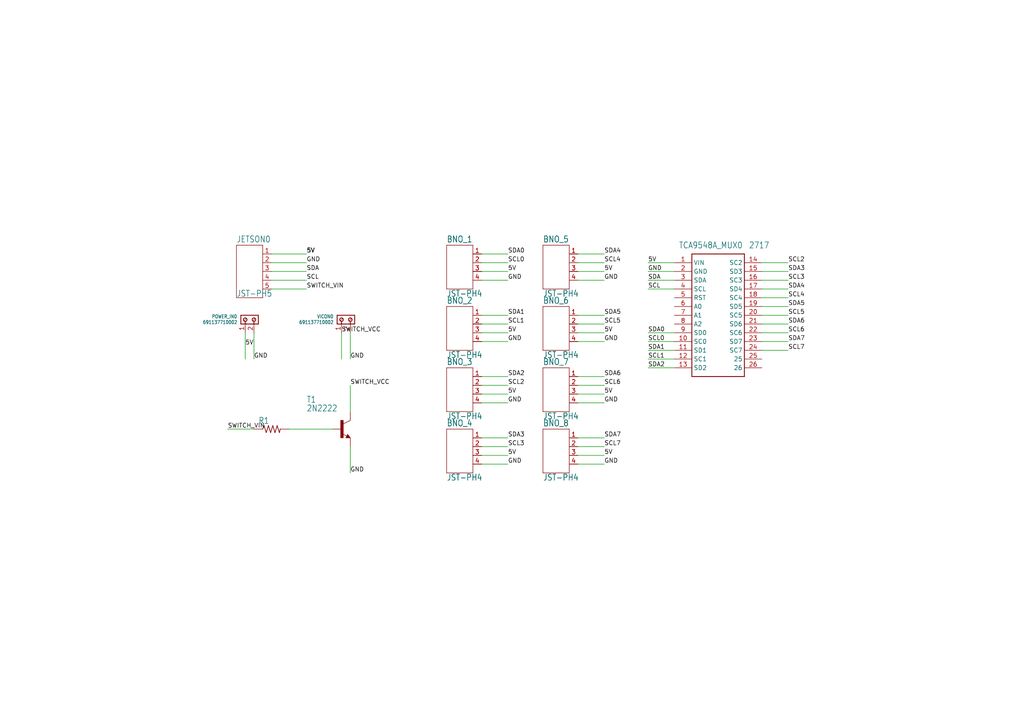
<source format=kicad_sch>
(kicad_sch (version 20231120) (generator "eeschema") (generator_version "8.0")
  (paper "A4")
  (lib_symbols
    (symbol "AgBot_V2-eagle-import:2717"
      (property "Reference" "U" (at 21.59 7.62 0))
      (symbol "2717_1_0"
        (polyline (pts (xy 5.08 2.54) (xy 5.08 -33.02)) (stroke (width 0.254)))
        (polyline (pts (xy 5.08 2.54) (xy 20.32 2.54)) (stroke (width 0.254)))
        (polyline (pts (xy 20.32 -33.02) (xy 5.08 -33.02)) (stroke (width 0.254)))
        (polyline (pts (xy 20.32 -33.02) (xy 20.32 2.54)) (stroke (width 0.254)))
        (pin bidirectional line (at 0 0 0) (length 5.08) (name "VIN") (number "1"))
        (pin bidirectional line (at 0 -22.86 0) (length 5.08) (name "SC0") (number "10"))
        (pin bidirectional line (at 0 -25.4 0) (length 5.08) (name "SD1") (number "11"))
        (pin bidirectional line (at 0 -27.94 0) (length 5.08) (name "SC1") (number "12"))
        (pin bidirectional line (at 0 -30.48 0) (length 5.08) (name "SD2") (number "13"))
        (pin bidirectional line (at 25.4 0 180) (length 5.08) (name "SC2") (number "14"))
        (pin bidirectional line (at 25.4 -2.54 180) (length 5.08) (name "SD3") (number "15"))
        (pin bidirectional line (at 25.4 -5.08 180) (length 5.08) (name "SC3") (number "16"))
        (pin bidirectional line (at 25.4 -7.62 180) (length 5.08) (name "SD4") (number "17"))
        (pin bidirectional line (at 25.4 -10.16 180) (length 5.08) (name "SC4") (number "18"))
        (pin bidirectional line (at 25.4 -12.7 180) (length 5.08) (name "SD5") (number "19"))
        (pin bidirectional line (at 0 -2.54 0) (length 5.08) (name "GND") (number "2"))
        (pin bidirectional line (at 25.4 -15.24 180) (length 5.08) (name "SC5") (number "20"))
        (pin bidirectional line (at 25.4 -17.78 180) (length 5.08) (name "SD6") (number "21"))
        (pin bidirectional line (at 25.4 -20.32 180) (length 5.08) (name "SC6") (number "22"))
        (pin bidirectional line (at 25.4 -22.86 180) (length 5.08) (name "SD7") (number "23"))
        (pin bidirectional line (at 25.4 -25.4 180) (length 5.08) (name "SC7") (number "24"))
        (pin bidirectional line (at 25.4 -27.94 180) (length 5.08) (name "25") (number "25"))
        (pin bidirectional line (at 25.4 -30.48 180) (length 5.08) (name "26") (number "26"))
        (pin bidirectional line (at 0 -5.08 0) (length 5.08) (name "SDA") (number "3"))
        (pin bidirectional line (at 0 -7.62 0) (length 5.08) (name "SCL") (number "4"))
        (pin bidirectional line (at 0 -10.16 0) (length 5.08) (name "RST") (number "5"))
        (pin bidirectional line (at 0 -12.7 0) (length 5.08) (name "A0") (number "6"))
        (pin bidirectional line (at 0 -15.24 0) (length 5.08) (name "A1") (number "7"))
        (pin bidirectional line (at 0 -17.78 0) (length 5.08) (name "A2") (number "8"))
        (pin bidirectional line (at 0 -20.32 0) (length 5.08) (name "SD0") (number "9"))
      )
    )
    (symbol "AgBot_V2-eagle-import:2N2222"
      (property "Reference" "T" (at -10.16 7.62 0))
      (symbol "2N2222_1_0"
        (rectangle (start -0.254 -2.54) (end 0.508 2.54) (fill (type outline)))
        (polyline (pts (xy 1.27 -2.54) (xy 1.778 -1.524)) (stroke (width 0.1524)))
        (polyline (pts (xy 1.524 -2.413) (xy 2.286 -2.413)) (stroke (width 0.254)))
        (polyline (pts (xy 1.524 -2.286) (xy 1.905 -2.286)) (stroke (width 0.254)))
        (polyline (pts (xy 1.54 -2.04) (xy 0.308 -1.424)) (stroke (width 0.1524)))
        (polyline (pts (xy 1.778 -1.778) (xy 1.524 -2.286)) (stroke (width 0.254)))
        (polyline (pts (xy 1.778 -1.524) (xy 2.54 -2.54)) (stroke (width 0.1524)))
        (polyline (pts (xy 1.905 -2.286) (xy 1.778 -2.032)) (stroke (width 0.254)))
        (polyline (pts (xy 2.286 -2.413) (xy 1.778 -1.778)) (stroke (width 0.254)))
        (polyline (pts (xy 2.54 -2.54) (xy 1.27 -2.54)) (stroke (width 0.1524)))
        (polyline (pts (xy 2.54 2.54) (xy 0.508 1.524)) (stroke (width 0.1524)))
        (pin passive line (at -2.54 0 0) (length 2.54) (name "B") (number "B"))
        (pin passive line (at 2.54 5.08 270) (length 2.54) (name "C") (number "C"))
        (pin passive line (at 2.54 -5.08 90) (length 2.54) (name "E") (number "E"))
      )
    )
    (symbol "AgBot_V2-eagle-import:691137710002"
      (property "Reference" "J" (at -4.88 -0.922 0))
      (symbol "691137710002_1_0"
        (circle (center -2.54 -1.27) (radius 0.508) (stroke (width 0.254)))
        (circle (center 0 -1.27) (radius 0.508) (stroke (width 0.254)))
        (polyline (pts (xy -3.81 -2.54) (xy -3.81 0)) (stroke (width 0.254)))
        (polyline (pts (xy -3.81 0) (xy 1.27 0)) (stroke (width 0.254)))
        (polyline (pts (xy -2.54 -2.54) (xy -3.81 -2.54)) (stroke (width 0.254)))
        (polyline (pts (xy -2.54 -1.778) (xy -2.54 -2.54)) (stroke (width 0.254)))
        (polyline (pts (xy -2.286 -1.016) (xy -2.794 -1.524)) (stroke (width 0.1524)))
        (polyline (pts (xy 0 -2.54) (xy -2.54 -2.54)) (stroke (width 0.254)))
        (polyline (pts (xy 0 -1.778) (xy 0 -2.54)) (stroke (width 0.254)))
        (polyline (pts (xy 0.254 -1.016) (xy -0.254 -1.524)) (stroke (width 0.1524)))
        (polyline (pts (xy 1.27 -2.54) (xy 0 -2.54)) (stroke (width 0.254)))
        (polyline (pts (xy 1.27 0) (xy 1.27 -2.54)) (stroke (width 0.254)))
        (pin passive line (at -2.54 -5.08 90) (length 2.54) (name "1") (number "1"))
        (pin passive line (at 0 -5.08 90) (length 2.54) (name "2") (number "2"))
      )
    )
    (symbol "AgBot_V2-eagle-import:JST-PH4"
      (property "Reference" "P" (at -2.54 5.842 0))
      (symbol "JST-PH4_1_0"
        (polyline (pts (xy -2.54 -7.62) (xy 5.08 -7.62)) (stroke (width 0.1524)))
        (polyline (pts (xy -2.54 5.08) (xy -2.54 -7.62)) (stroke (width 0.1524)))
        (polyline (pts (xy 5.08 -7.62) (xy 5.08 5.08)) (stroke (width 0.1524)))
        (polyline (pts (xy 5.08 5.08) (xy -2.54 5.08)) (stroke (width 0.1524)))
        (pin passive line (at 7.62 2.54 180) (length 2.54) (name "1") (number "1"))
        (pin passive line (at 7.62 0 180) (length 2.54) (name "2") (number "2"))
        (pin passive line (at 7.62 -2.54 180) (length 2.54) (name "3") (number "3"))
        (pin passive line (at 7.62 -5.08 180) (length 2.54) (name "4") (number "4"))
      )
    )
    (symbol "AgBot_V2-eagle-import:JST-PH5"
      (symbol "JST-PH5_1_0"
        (polyline (pts (xy -2.54 -10.16) (xy 5.08 -10.16)) (stroke (width 0.1524)))
        (polyline (pts (xy -2.54 5.08) (xy -2.54 -10.16)) (stroke (width 0.1524)))
        (polyline (pts (xy 5.08 -10.16) (xy 5.08 5.08)) (stroke (width 0.1524)))
        (polyline (pts (xy 5.08 5.08) (xy -2.54 5.08)) (stroke (width 0.1524)))
        (pin passive line (at 7.62 2.54 180) (length 2.54) (name "1") (number "1"))
        (pin passive line (at 7.62 0 180) (length 2.54) (name "2") (number "2"))
        (pin passive line (at 7.62 -2.54 180) (length 2.54) (name "3") (number "3"))
        (pin passive line (at 7.62 -5.08 180) (length 2.54) (name "4") (number "4"))
        (pin passive line (at 7.62 -7.62 180) (length 2.54) (name "5") (number "5"))
      )
    )
    (symbol "AgBot_V2-eagle-import:R-US_0204/7"
      (property "Reference" "R" (at -3.81 1.4986 0))
      (symbol "R-US_0204/7_1_0"
        (polyline (pts (xy -2.54 0) (xy -2.159 1.016)) (stroke (width 0.2032)))
        (polyline (pts (xy -2.159 1.016) (xy -1.524 -1.016)) (stroke (width 0.2032)))
        (polyline (pts (xy -1.524 -1.016) (xy -0.889 1.016)) (stroke (width 0.2032)))
        (polyline (pts (xy -0.889 1.016) (xy -0.254 -1.016)) (stroke (width 0.2032)))
        (polyline (pts (xy -0.254 -1.016) (xy 0.381 1.016)) (stroke (width 0.2032)))
        (polyline (pts (xy 0.381 1.016) (xy 1.016 -1.016)) (stroke (width 0.2032)))
        (polyline (pts (xy 1.016 -1.016) (xy 1.651 1.016)) (stroke (width 0.2032)))
        (polyline (pts (xy 1.651 1.016) (xy 2.286 -1.016)) (stroke (width 0.2032)))
        (polyline (pts (xy 2.286 -1.016) (xy 2.54 0)) (stroke (width 0.2032)))
        (pin passive line (at -5.08 0 0) (length 2.54) (name "1") (number "1"))
        (pin passive line (at 5.08 0 180) (length 2.54) (name "2") (number "2"))
      )
    )
  )
  (wire (pts (xy 139.7 76.2) (xy 147.32 76.2)) (stroke (width 0.1524)))
  (wire (pts (xy 78.74 83.82) (xy 88.9 83.82)) (stroke (width 0.1524)))
  (wire (pts (xy 139.7 116.84) (xy 147.32 116.84)) (stroke (width 0.1524)))
  (wire (pts (xy 195.58 83.82) (xy 187.96 83.82)) (stroke (width 0.1524)))
  (wire (pts (xy 195.58 76.2) (xy 187.96 76.2)) (stroke (width 0.1524)))
  (wire (pts (xy 167.64 114.3) (xy 175.26 114.3)) (stroke (width 0.1524)))
  (wire (pts (xy 220.98 86.36) (xy 228.6 86.36)) (stroke (width 0.1524)))
  (wire (pts (xy 139.7 132.08) (xy 147.32 132.08)) (stroke (width 0.1524)))
  (wire (pts (xy 139.7 111.76) (xy 147.32 111.76)) (stroke (width 0.1524)))
  (wire (pts (xy 220.98 78.74) (xy 228.6 78.74)) (stroke (width 0.1524)))
  (wire (pts (xy 220.98 99.06) (xy 228.6 99.06)) (stroke (width 0.1524)))
  (wire (pts (xy 195.58 99.06) (xy 187.96 99.06)) (stroke (width 0.1524)))
  (wire (pts (xy 139.7 96.52) (xy 147.32 96.52)) (stroke (width 0.1524)))
  (wire (pts (xy 167.64 78.74) (xy 175.26 78.74)) (stroke (width 0.1524)))
  (wire (pts (xy 195.58 96.52) (xy 187.96 96.52)) (stroke (width 0.1524)))
  (wire (pts (xy 139.7 114.3) (xy 147.32 114.3)) (stroke (width 0.1524)))
  (wire (pts (xy 139.7 78.74) (xy 147.32 78.74)) (stroke (width 0.1524)))
  (wire (pts (xy 101.6 129.54) (xy 101.6 137.16)) (stroke (width 0.1524)))
  (wire (pts (xy 167.64 73.66) (xy 175.26 73.66)) (stroke (width 0.1524)))
  (wire (pts (xy 139.7 109.22) (xy 147.32 109.22)) (stroke (width 0.1524)))
  (wire (pts (xy 167.64 116.84) (xy 175.26 116.84)) (stroke (width 0.1524)))
  (wire (pts (xy 139.7 91.44) (xy 147.32 91.44)) (stroke (width 0.1524)))
  (wire (pts (xy 167.64 81.28) (xy 175.26 81.28)) (stroke (width 0.1524)))
  (wire (pts (xy 78.74 78.74) (xy 88.9 78.74)) (stroke (width 0.1524)))
  (wire (pts (xy 195.58 78.74) (xy 187.96 78.74)) (stroke (width 0.1524)))
  (wire (pts (xy 167.64 134.62) (xy 175.26 134.62)) (stroke (width 0.1524)))
  (wire (pts (xy 167.64 109.22) (xy 175.26 109.22)) (stroke (width 0.1524)))
  (wire (pts (xy 167.64 111.76) (xy 175.26 111.76)) (stroke (width 0.1524)))
  (wire (pts (xy 101.6 96.52) (xy 101.6 104.14)) (stroke (width 0.1524)))
  (wire (pts (xy 220.98 76.2) (xy 228.6 76.2)) (stroke (width 0.1524)))
  (wire (pts (xy 167.64 76.2) (xy 175.26 76.2)) (stroke (width 0.1524)))
  (wire (pts (xy 139.7 93.98) (xy 147.32 93.98)) (stroke (width 0.1524)))
  (wire (pts (xy 99.06 96.52) (xy 99.06 104.14)) (stroke (width 0.1524)))
  (wire (pts (xy 167.64 91.44) (xy 175.26 91.44)) (stroke (width 0.1524)))
  (wire (pts (xy 167.64 96.52) (xy 175.26 96.52)) (stroke (width 0.1524)))
  (wire (pts (xy 78.74 81.28) (xy 88.9 81.28)) (stroke (width 0.1524)))
  (wire (pts (xy 195.58 81.28) (xy 187.96 81.28)) (stroke (width 0.1524)))
  (wire (pts (xy 139.7 81.28) (xy 147.32 81.28)) (stroke (width 0.1524)))
  (wire (pts (xy 167.64 129.54) (xy 175.26 129.54)) (stroke (width 0.1524)))
  (wire (pts (xy 83.82 124.46) (xy 96.52 124.46)) (stroke (width 0.1524)))
  (wire (pts (xy 139.7 134.62) (xy 147.32 134.62)) (stroke (width 0.1524)))
  (wire (pts (xy 139.7 129.54) (xy 147.32 129.54)) (stroke (width 0.1524)))
  (wire (pts (xy 195.58 106.68) (xy 187.96 106.68)) (stroke (width 0.1524)))
  (wire (pts (xy 73.66 124.46) (xy 66.04 124.46)) (stroke (width 0.1524)))
  (wire (pts (xy 78.74 73.66) (xy 88.9 73.66)) (stroke (width 0.1524)))
  (wire (pts (xy 167.64 132.08) (xy 175.26 132.08)) (stroke (width 0.1524)))
  (wire (pts (xy 167.64 93.98) (xy 175.26 93.98)) (stroke (width 0.1524)))
  (wire (pts (xy 139.7 73.66) (xy 147.32 73.66)) (stroke (width 0.1524)))
  (wire (pts (xy 195.58 104.14) (xy 187.96 104.14)) (stroke (width 0.1524)))
  (wire (pts (xy 139.7 99.06) (xy 147.32 99.06)) (stroke (width 0.1524)))
  (wire (pts (xy 220.98 83.82) (xy 228.6 83.82)) (stroke (width 0.1524)))
  (wire (pts (xy 101.6 119.38) (xy 101.6 111.76)) (stroke (width 0.1524)))
  (wire (pts (xy 78.74 76.2) (xy 88.9 76.2)) (stroke (width 0.1524)))
  (wire (pts (xy 195.58 101.6) (xy 187.96 101.6)) (stroke (width 0.1524)))
  (wire (pts (xy 167.64 99.06) (xy 175.26 99.06)) (stroke (width 0.1524)))
  (wire (pts (xy 220.98 88.9) (xy 228.6 88.9)) (stroke (width 0.1524)))
  (wire (pts (xy 220.98 81.28) (xy 228.6 81.28)) (stroke (width 0.1524)))
  (wire (pts (xy 220.98 91.44) (xy 228.6 91.44)) (stroke (width 0.1524)))
  (wire (pts (xy 71.12 96.52) (xy 71.12 104.14)) (stroke (width 0.1524)))
  (wire (pts (xy 167.64 127) (xy 175.26 127)) (stroke (width 0.1524)))
  (wire (pts (xy 139.7 127) (xy 147.32 127)) (stroke (width 0.1524)))
  (wire (pts (xy 73.66 96.52) (xy 73.66 104.14)) (stroke (width 0.1524)))
  (wire (pts (xy 220.98 96.52) (xy 228.6 96.52)) (stroke (width 0.1524)))
  (wire (pts (xy 220.98 101.6) (xy 228.6 101.6)) (stroke (width 0.1524)))
  (wire (pts (xy 220.98 93.98) (xy 228.6 93.98)) (stroke (width 0.1524)))
  (label "GND" (at 175.26 116.84 0) (effects (font (size 1.2446 1.2446))))
  (label "SCL" (at 187.96 83.82 0) (effects (font (size 1.2446 1.2446))))
  (label "SCL6" (at 228.6 96.52 0) (effects (font (size 1.2446 1.2446))))
  (label "SCL5" (at 228.6 91.44 0) (effects (font (size 1.2446 1.2446))))
  (label "5V" (at 175.26 78.74 0) (effects (font (size 1.2446 1.2446))))
  (label "SWITCH_VIN" (at 66.04 124.46 0) (effects (font (size 1.2446 1.2446))))
  (label "SDA" (at 187.96 81.28 0) (effects (font (size 1.2446 1.2446))))
  (label "SCL7" (at 175.26 129.54 0) (effects (font (size 1.2446 1.2446))))
  (label "GND" (at 175.26 99.06 0) (effects (font (size 1.2446 1.2446))))
  (label "SDA1" (at 187.96 101.6 0) (effects (font (size 1.2446 1.2446))))
  (label "SWITCH_VIN" (at 88.9 83.82 0) (effects (font (size 1.2446 1.2446))))
  (label "SDA2" (at 147.32 109.22 0) (effects (font (size 1.2446 1.2446))))
  (label "SCL" (at 88.9 81.28 0) (effects (font (size 1.2446 1.2446))))
  (label "SCL5" (at 175.26 93.98 0) (effects (font (size 1.2446 1.2446))))
  (label "5V" (at 175.26 132.08 0) (effects (font (size 1.2446 1.2446))))
  (label "5V" (at 175.26 114.3 0) (effects (font (size 1.2446 1.2446))))
  (label "GND" (at 175.26 134.62 0) (effects (font (size 1.2446 1.2446))))
  (label "SDA4" (at 228.6 83.82 0) (effects (font (size 1.2446 1.2446))))
  (label "SCL1" (at 187.96 104.14 0) (effects (font (size 1.2446 1.2446))))
  (label "SWITCH_VCC" (at 101.6 111.76 0) (effects (font (size 1.2446 1.2446))))
  (label "SDA3" (at 228.6 78.74 0) (effects (font (size 1.2446 1.2446))))
  (label "GND" (at 73.66 104.14 0) (effects (font (size 1.2446 1.2446))))
  (label "SCL2" (at 228.6 76.2 0) (effects (font (size 1.2446 1.2446))))
  (label "5V" (at 187.96 76.2 0) (effects (font (size 1.2446 1.2446))))
  (label "5V" (at 147.32 114.3 0) (effects (font (size 1.2446 1.2446))))
  (label "GND" (at 147.32 99.06 0) (effects (font (size 1.2446 1.2446))))
  (label "5V" (at 71.12 100.33 0) (effects (font (size 1.2446 1.2446))))
  (label "5V" (at 147.32 96.52 0) (effects (font (size 1.2446 1.2446))))
  (label "SDA5" (at 228.6 88.9 0) (effects (font (size 1.2446 1.2446))))
  (label "SWITCH_VCC" (at 99.06 96.52 0) (effects (font (size 1.2446 1.2446))))
  (label "5V" (at 88.9 73.66 0) (effects (font (size 1.2446 1.2446))))
  (label "SDA0" (at 187.96 96.52 0) (effects (font (size 1.2446 1.2446))))
  (label "SDA4" (at 175.26 73.66 0) (effects (font (size 1.2446 1.2446))))
  (label "SCL7" (at 228.6 101.6 0) (effects (font (size 1.2446 1.2446))))
  (label "SCL4" (at 175.26 76.2 0) (effects (font (size 1.2446 1.2446))))
  (label "GND" (at 147.32 134.62 0) (effects (font (size 1.2446 1.2446))))
  (label "SDA6" (at 228.6 93.98 0) (effects (font (size 1.2446 1.2446))))
  (label "5V" (at 88.9 73.66 0) (effects (font (size 1.2446 1.2446))))
  (label "SCL3" (at 228.6 81.28 0) (effects (font (size 1.2446 1.2446))))
  (label "GND" (at 175.26 81.28 0) (effects (font (size 1.2446 1.2446))))
  (label "SCL3" (at 147.32 129.54 0) (effects (font (size 1.2446 1.2446))))
  (label "GND" (at 147.32 116.84 0) (effects (font (size 1.2446 1.2446))))
  (label "5V" (at 88.9 73.66 0) (effects (font (size 1.2446 1.2446))))
  (label "SCL2" (at 147.32 111.76 0) (effects (font (size 1.2446 1.2446))))
  (label "SDA0" (at 147.32 73.66 0) (effects (font (size 1.2446 1.2446))))
  (label "SDA6" (at 175.26 109.22 0) (effects (font (size 1.2446 1.2446))))
  (label "GND" (at 187.96 78.74 0) (effects (font (size 1.2446 1.2446))))
  (label "GND" (at 88.9 76.2 0) (effects (font (size 1.2446 1.2446))))
  (label "SCL6" (at 175.26 111.76 0) (effects (font (size 1.2446 1.2446))))
  (label "SDA3" (at 147.32 127 0) (effects (font (size 1.2446 1.2446))))
  (label "GND" (at 101.6 104.14 0) (effects (font (size 1.2446 1.2446))))
  (label "SCL1" (at 147.32 93.98 0) (effects (font (size 1.2446 1.2446))))
  (label "SCL4" (at 228.6 86.36 0) (effects (font (size 1.2446 1.2446))))
  (label "SDA1" (at 147.32 91.44 0) (effects (font (size 1.2446 1.2446))))
  (label "SDA" (at 88.9 78.74 0) (effects (font (size 1.2446 1.2446))))
  (label "SDA2" (at 187.96 106.68 0) (effects (font (size 1.2446 1.2446))))
  (label "SCL0" (at 187.96 99.06 0) (effects (font (size 1.2446 1.2446))))
  (label "SDA7" (at 228.6 99.06 0) (effects (font (size 1.2446 1.2446))))
  (label "GND" (at 147.32 81.28 0) (effects (font (size 1.2446 1.2446))))
  (label "SDA7" (at 175.26 127 0) (effects (font (size 1.2446 1.2446))))
  (label "5V" (at 147.32 132.08 0) (effects (font (size 1.2446 1.2446))))
  (label "SDA5" (at 175.26 91.44 0) (effects (font (size 1.2446 1.2446))))
  (label "GND" (at 101.6 137.16 0) (effects (font (size 1.2446 1.2446))))
  (label "5V" (at 175.26 96.52 0) (effects (font (size 1.2446 1.2446))))
  (label "5V" (at 147.32 78.74 0) (effects (font (size 1.2446 1.2446))))
  (label "SCL0" (at 147.32 76.2 0) (effects (font (size 1.2446 1.2446))))
  (symbol (lib_id "AgBot_V2-eagle-import:JST-PH4") (at 160.02 129.54 0) (unit 1)
    (property "Reference" "BNO_8" (at 157.48 123.698 0) (effects (font (size 1.778 1.5113)) (justify left bottom)))
    (property "Value" "JST-PH4" (at 157.48 139.446 0) (effects (font (size 1.778 1.5113)) (justify left bottom)))
    (property "Footprint" "AgBot_V2:JST-PH4" (effects (hide yes)))
  )
  (symbol (lib_id "AgBot_V2-eagle-import:JST-PH4") (at 132.08 129.54 0) (unit 1)
    (property "Reference" "BNO_4" (at 129.54 123.698 0) (effects (font (size 1.778 1.5113)) (justify left bottom)))
    (property "Value" "JST-PH4" (at 129.54 139.446 0) (effects (font (size 1.778 1.5113)) (justify left bottom)))
    (property "Footprint" "AgBot_V2:JST-PH4" (effects (hide yes)))
  )
  (symbol (lib_id "AgBot_V2-eagle-import:JST-PH4") (at 160.02 76.2 0) (unit 1)
    (property "Reference" "BNO_5" (at 157.48 70.358 0) (effects (font (size 1.778 1.5113)) (justify left bottom)))
    (property "Value" "JST-PH4" (at 157.48 86.106 0) (effects (font (size 1.778 1.5113)) (justify left bottom)))
    (property "Footprint" "AgBot_V2:JST-PH4" (effects (hide yes)))
  )
  (symbol (lib_id "AgBot_V2-eagle-import:JST-PH4") (at 132.08 93.98 0) (unit 1)
    (property "Reference" "BNO_2" (at 129.54 88.138 0) (effects (font (size 1.778 1.5113)) (justify left bottom)))
    (property "Value" "JST-PH4" (at 129.54 103.886 0) (effects (font (size 1.778 1.5113)) (justify left bottom)))
    (property "Footprint" "AgBot_V2:JST-PH4" (effects (hide yes)))
  )
  (symbol (lib_id "AgBot_V2-eagle-import:691137710002") (at 73.66 91.44 0) (unit 1)
    (property "Reference" "POWER_IN0" (at 68.78 92.362 0) (effects (font (size 1.016 0.8636)) (justify right bottom)))
    (property "Value" "691137710002" (at 68.83 94.02 0) (effects (font (size 1.016 0.8636)) (justify right bottom)))
    (property "Footprint" "AgBot_V2:691137710002" (effects (hide yes)))
  )
  (symbol (lib_id "AgBot_V2-eagle-import:JST-PH5") (at 71.12 76.2 0) (unit 1)
    (property "Reference" "JETSON0" (at 68.58 70.358 0) (effects (font (size 1.778 1.5113)) (justify left bottom)))
    (property "Value" "JST-PH5" (at 68.58 86.106 0) (effects (font (size 1.778 1.5113)) (justify left bottom)))
    (property "Footprint" "AgBot_V2:JST-PH5" (effects (hide yes)))
  )
  (symbol (lib_id "AgBot_V2-eagle-import:2717") (at 195.58 76.2 0) (unit 1)
    (property "Reference" "TCA9548A_MUX0" (at 196.85 71.12 0) (effects (font (size 1.778 1.5113)) (justify left)))
    (property "Value" "2717" (at 217.17 71.12 0) (effects (font (size 1.778 1.5113)) (justify left)))
    (property "Footprint" "AgBot_V2:2717" (effects (hide yes)))
  )
  (symbol (lib_id "AgBot_V2-eagle-import:691137710002") (at 101.6 91.44 0) (unit 1)
    (property "Reference" "VICON0" (at 96.72 92.362 0) (effects (font (size 1.016 0.8636)) (justify right bottom)))
    (property "Value" "691137710002" (at 96.77 94.02 0) (effects (font (size 1.016 0.8636)) (justify right bottom)))
    (property "Footprint" "AgBot_V2:691137710002" (effects (hide yes)))
  )
  (symbol (lib_id "AgBot_V2-eagle-import:JST-PH4") (at 132.08 111.76 0) (unit 1)
    (property "Reference" "BNO_3" (at 129.54 105.918 0) (effects (font (size 1.778 1.5113)) (justify left bottom)))
    (property "Value" "JST-PH4" (at 129.54 121.666 0) (effects (font (size 1.778 1.5113)) (justify left bottom)))
    (property "Footprint" "AgBot_V2:JST-PH4" (effects (hide yes)))
  )
  (symbol (lib_id "AgBot_V2-eagle-import:2N2222") (at 99.06 124.46 0) (unit 1)
    (property "Reference" "T1" (at 88.9 116.84 0) (effects (font (size 1.778 1.5113)) (justify left bottom)))
    (property "Value" "2N2222" (at 88.9 119.38 0) (effects (font (size 1.778 1.5113)) (justify left bottom)))
    (property "Footprint" "AgBot_V2:TO92-EBC-OVAL" (effects (hide yes)))
  )
  (symbol (lib_id "AgBot_V2-eagle-import:R-US_0204/7") (at 78.74 124.46 0) (unit 1)
    (property "Reference" "R1" (at 74.93 122.9614 0) (effects (font (size 1.778 1.5113)) (justify left bottom)))
    (property "Value" "220" (effects (hide yes)))
    (property "Footprint" "AgBot_V2:0204_7" (effects (hide yes)))
  )
  (symbol (lib_id "AgBot_V2-eagle-import:JST-PH4") (at 132.08 76.2 0) (unit 1)
    (property "Reference" "BNO_1" (at 129.54 70.358 0) (effects (font (size 1.778 1.5113)) (justify left bottom)))
    (property "Value" "JST-PH4" (at 129.54 86.106 0) (effects (font (size 1.778 1.5113)) (justify left bottom)))
    (property "Footprint" "AgBot_V2:JST-PH4" (effects (hide yes)))
  )
  (symbol (lib_id "AgBot_V2-eagle-import:JST-PH4") (at 160.02 111.76 0) (unit 1)
    (property "Reference" "BNO_7" (at 157.48 105.918 0) (effects (font (size 1.778 1.5113)) (justify left bottom)))
    (property "Value" "JST-PH4" (at 157.48 121.666 0) (effects (font (size 1.778 1.5113)) (justify left bottom)))
    (property "Footprint" "AgBot_V2:JST-PH4" (effects (hide yes)))
  )
  (symbol (lib_id "AgBot_V2-eagle-import:JST-PH4") (at 160.02 93.98 0) (unit 1)
    (property "Reference" "BNO_6" (at 157.48 88.138 0) (effects (font (size 1.778 1.5113)) (justify left bottom)))
    (property "Value" "JST-PH4" (at 157.48 103.886 0) (effects (font (size 1.778 1.5113)) (justify left bottom)))
    (property "Footprint" "AgBot_V2:JST-PH4" (effects (hide yes)))
  )
)
</source>
